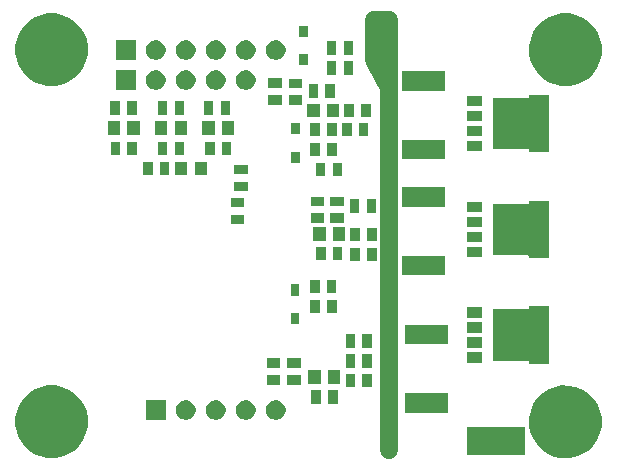
<source format=gbs>
G04 #@! TF.FileFunction,Soldermask,Bot*
%FSLAX46Y46*%
G04 Gerber Fmt 4.6, Leading zero omitted, Abs format (unit mm)*
G04 Created by KiCad (PCBNEW 4.0.6-e0-6349~53~ubuntu16.04.1) date Wed Mar  8 22:49:17 2017*
%MOMM*%
%LPD*%
G01*
G04 APERTURE LIST*
%ADD10C,0.100000*%
%ADD11C,1.500000*%
G04 APERTURE END LIST*
D10*
D11*
X165800000Y-78705000D02*
X167100000Y-78705000D01*
X165800000Y-81905000D02*
X165800000Y-78805000D01*
X167100000Y-84505000D02*
X165800000Y-82105000D01*
X167100000Y-115105000D02*
X167100000Y-78805000D01*
D10*
G36*
X182322980Y-109682046D02*
X182913704Y-109803304D01*
X183469621Y-110036990D01*
X183969563Y-110374205D01*
X184394487Y-110802107D01*
X184728204Y-111304389D01*
X184958003Y-111861924D01*
X185075066Y-112453137D01*
X185075066Y-112453147D01*
X185075132Y-112453481D01*
X185065514Y-113142265D01*
X185065438Y-113142599D01*
X185065438Y-113142611D01*
X184931915Y-113730316D01*
X184686636Y-114281221D01*
X184339026Y-114773991D01*
X183902318Y-115189862D01*
X183393159Y-115512983D01*
X182830930Y-115731059D01*
X182237055Y-115835774D01*
X181634148Y-115823146D01*
X181045170Y-115693651D01*
X180492572Y-115452226D01*
X179997387Y-115108063D01*
X179578479Y-114674271D01*
X179251810Y-114167381D01*
X179029816Y-113606689D01*
X178920955Y-113013552D01*
X178929375Y-112410573D01*
X179054753Y-111820715D01*
X179292317Y-111266438D01*
X179633014Y-110768863D01*
X180063870Y-110346936D01*
X180568470Y-110016736D01*
X181127599Y-109790833D01*
X181719953Y-109677835D01*
X182322980Y-109682046D01*
X182322980Y-109682046D01*
G37*
G36*
X138822980Y-109677046D02*
X139413704Y-109798304D01*
X139969621Y-110031990D01*
X140469563Y-110369205D01*
X140894487Y-110797107D01*
X141228204Y-111299389D01*
X141458003Y-111856924D01*
X141575066Y-112448137D01*
X141575066Y-112448147D01*
X141575132Y-112448481D01*
X141565514Y-113137265D01*
X141565438Y-113137599D01*
X141565438Y-113137611D01*
X141431915Y-113725316D01*
X141186636Y-114276221D01*
X140839026Y-114768991D01*
X140402318Y-115184862D01*
X139893159Y-115507983D01*
X139330930Y-115726059D01*
X138737055Y-115830774D01*
X138134148Y-115818146D01*
X137545170Y-115688651D01*
X136992572Y-115447226D01*
X136497387Y-115103063D01*
X136078479Y-114669271D01*
X135751810Y-114162381D01*
X135529816Y-113601689D01*
X135420955Y-113008552D01*
X135429375Y-112405573D01*
X135554753Y-111815715D01*
X135792317Y-111261438D01*
X136133014Y-110763863D01*
X136563870Y-110341936D01*
X137068470Y-110011736D01*
X137627599Y-109785833D01*
X138219953Y-109672835D01*
X138822980Y-109677046D01*
X138822980Y-109677046D01*
G37*
G36*
X178550000Y-115605000D02*
X173650000Y-115605000D01*
X173650000Y-113205000D01*
X178550000Y-113205000D01*
X178550000Y-115605000D01*
X178550000Y-115605000D01*
G37*
G36*
X157566653Y-110935548D02*
X157725142Y-110968081D01*
X157874288Y-111030776D01*
X158008423Y-111121251D01*
X158122426Y-111236052D01*
X158211958Y-111370810D01*
X158273612Y-111520392D01*
X158304970Y-111678761D01*
X158304970Y-111678771D01*
X158305036Y-111679105D01*
X158302455Y-111863900D01*
X158302379Y-111864234D01*
X158302379Y-111864246D01*
X158266614Y-112021669D01*
X158200807Y-112169474D01*
X158107546Y-112301681D01*
X157990377Y-112413259D01*
X157853776Y-112499948D01*
X157702933Y-112558456D01*
X157543601Y-112586551D01*
X157381846Y-112583163D01*
X157223823Y-112548419D01*
X157075567Y-112483648D01*
X156942713Y-112391311D01*
X156830321Y-112274926D01*
X156742680Y-112138934D01*
X156683120Y-111988504D01*
X156653913Y-111829365D01*
X156656172Y-111667592D01*
X156689809Y-111509339D01*
X156753547Y-111360629D01*
X156844954Y-111227133D01*
X156960551Y-111113932D01*
X157095930Y-111025342D01*
X157245941Y-110964734D01*
X157404863Y-110934418D01*
X157566653Y-110935548D01*
X157566653Y-110935548D01*
G37*
G36*
X155026653Y-110935548D02*
X155185142Y-110968081D01*
X155334288Y-111030776D01*
X155468423Y-111121251D01*
X155582426Y-111236052D01*
X155671958Y-111370810D01*
X155733612Y-111520392D01*
X155764970Y-111678761D01*
X155764970Y-111678771D01*
X155765036Y-111679105D01*
X155762455Y-111863900D01*
X155762379Y-111864234D01*
X155762379Y-111864246D01*
X155726614Y-112021669D01*
X155660807Y-112169474D01*
X155567546Y-112301681D01*
X155450377Y-112413259D01*
X155313776Y-112499948D01*
X155162933Y-112558456D01*
X155003601Y-112586551D01*
X154841846Y-112583163D01*
X154683823Y-112548419D01*
X154535567Y-112483648D01*
X154402713Y-112391311D01*
X154290321Y-112274926D01*
X154202680Y-112138934D01*
X154143120Y-111988504D01*
X154113913Y-111829365D01*
X154116172Y-111667592D01*
X154149809Y-111509339D01*
X154213547Y-111360629D01*
X154304954Y-111227133D01*
X154420551Y-111113932D01*
X154555930Y-111025342D01*
X154705941Y-110964734D01*
X154864863Y-110934418D01*
X155026653Y-110935548D01*
X155026653Y-110935548D01*
G37*
G36*
X149946653Y-110935548D02*
X150105142Y-110968081D01*
X150254288Y-111030776D01*
X150388423Y-111121251D01*
X150502426Y-111236052D01*
X150591958Y-111370810D01*
X150653612Y-111520392D01*
X150684970Y-111678761D01*
X150684970Y-111678771D01*
X150685036Y-111679105D01*
X150682455Y-111863900D01*
X150682379Y-111864234D01*
X150682379Y-111864246D01*
X150646614Y-112021669D01*
X150580807Y-112169474D01*
X150487546Y-112301681D01*
X150370377Y-112413259D01*
X150233776Y-112499948D01*
X150082933Y-112558456D01*
X149923601Y-112586551D01*
X149761846Y-112583163D01*
X149603823Y-112548419D01*
X149455567Y-112483648D01*
X149322713Y-112391311D01*
X149210321Y-112274926D01*
X149122680Y-112138934D01*
X149063120Y-111988504D01*
X149033913Y-111829365D01*
X149036172Y-111667592D01*
X149069809Y-111509339D01*
X149133547Y-111360629D01*
X149224954Y-111227133D01*
X149340551Y-111113932D01*
X149475930Y-111025342D01*
X149625941Y-110964734D01*
X149784863Y-110934418D01*
X149946653Y-110935548D01*
X149946653Y-110935548D01*
G37*
G36*
X152486653Y-110935548D02*
X152645142Y-110968081D01*
X152794288Y-111030776D01*
X152928423Y-111121251D01*
X153042426Y-111236052D01*
X153131958Y-111370810D01*
X153193612Y-111520392D01*
X153224970Y-111678761D01*
X153224970Y-111678771D01*
X153225036Y-111679105D01*
X153222455Y-111863900D01*
X153222379Y-111864234D01*
X153222379Y-111864246D01*
X153186614Y-112021669D01*
X153120807Y-112169474D01*
X153027546Y-112301681D01*
X152910377Y-112413259D01*
X152773776Y-112499948D01*
X152622933Y-112558456D01*
X152463601Y-112586551D01*
X152301846Y-112583163D01*
X152143823Y-112548419D01*
X151995567Y-112483648D01*
X151862713Y-112391311D01*
X151750321Y-112274926D01*
X151662680Y-112138934D01*
X151603120Y-111988504D01*
X151573913Y-111829365D01*
X151576172Y-111667592D01*
X151609809Y-111509339D01*
X151673547Y-111360629D01*
X151764954Y-111227133D01*
X151880551Y-111113932D01*
X152015930Y-111025342D01*
X152165941Y-110964734D01*
X152324863Y-110934418D01*
X152486653Y-110935548D01*
X152486653Y-110935548D01*
G37*
G36*
X148145000Y-112585000D02*
X146495000Y-112585000D01*
X146495000Y-110935000D01*
X148145000Y-110935000D01*
X148145000Y-112585000D01*
X148145000Y-112585000D01*
G37*
G36*
X172050000Y-111980000D02*
X168450000Y-111980000D01*
X168450000Y-110330000D01*
X172050000Y-110330000D01*
X172050000Y-111980000D01*
X172050000Y-111980000D01*
G37*
G36*
X161290000Y-111220000D02*
X160490000Y-111220000D01*
X160490000Y-110080000D01*
X161290000Y-110080000D01*
X161290000Y-111220000D01*
X161290000Y-111220000D01*
G37*
G36*
X162710000Y-111220000D02*
X161910000Y-111220000D01*
X161910000Y-110080000D01*
X162710000Y-110080000D01*
X162710000Y-111220000D01*
X162710000Y-111220000D01*
G37*
G36*
X165610000Y-109825000D02*
X164810000Y-109825000D01*
X164810000Y-108685000D01*
X165610000Y-108685000D01*
X165610000Y-109825000D01*
X165610000Y-109825000D01*
G37*
G36*
X164190000Y-109825000D02*
X163390000Y-109825000D01*
X163390000Y-108685000D01*
X164190000Y-108685000D01*
X164190000Y-109825000D01*
X164190000Y-109825000D01*
G37*
G36*
X157870000Y-109610000D02*
X156730000Y-109610000D01*
X156730000Y-108810000D01*
X157870000Y-108810000D01*
X157870000Y-109610000D01*
X157870000Y-109610000D01*
G37*
G36*
X159570000Y-109610000D02*
X158430000Y-109610000D01*
X158430000Y-108810000D01*
X159570000Y-108810000D01*
X159570000Y-109610000D01*
X159570000Y-109610000D01*
G37*
G36*
X161265000Y-109525000D02*
X160215000Y-109525000D01*
X160215000Y-108375000D01*
X161265000Y-108375000D01*
X161265000Y-109525000D01*
X161265000Y-109525000D01*
G37*
G36*
X162925000Y-109525000D02*
X161875000Y-109525000D01*
X161875000Y-108375000D01*
X162925000Y-108375000D01*
X162925000Y-109525000D01*
X162925000Y-109525000D01*
G37*
G36*
X159570000Y-108190000D02*
X158430000Y-108190000D01*
X158430000Y-107390000D01*
X159570000Y-107390000D01*
X159570000Y-108190000D01*
X159570000Y-108190000D01*
G37*
G36*
X157870000Y-108190000D02*
X156730000Y-108190000D01*
X156730000Y-107390000D01*
X157870000Y-107390000D01*
X157870000Y-108190000D01*
X157870000Y-108190000D01*
G37*
G36*
X164190000Y-108175000D02*
X163390000Y-108175000D01*
X163390000Y-107035000D01*
X164190000Y-107035000D01*
X164190000Y-108175000D01*
X164190000Y-108175000D01*
G37*
G36*
X165610000Y-108175000D02*
X164810000Y-108175000D01*
X164810000Y-107035000D01*
X165610000Y-107035000D01*
X165610000Y-108175000D01*
X165610000Y-108175000D01*
G37*
G36*
X180650000Y-107830000D02*
X178950000Y-107830000D01*
X178950000Y-107630000D01*
X178948020Y-107616070D01*
X178942239Y-107603244D01*
X178933112Y-107592536D01*
X178921364Y-107584794D01*
X178907924Y-107580632D01*
X178900000Y-107580000D01*
X175875000Y-107580000D01*
X175875000Y-103230000D01*
X178900000Y-103230000D01*
X178913930Y-103228020D01*
X178926756Y-103222239D01*
X178937464Y-103213112D01*
X178945206Y-103201364D01*
X178949368Y-103187924D01*
X178950000Y-103180000D01*
X178950000Y-102980000D01*
X180650000Y-102980000D01*
X180650000Y-107830000D01*
X180650000Y-107830000D01*
G37*
G36*
X174975000Y-107735000D02*
X173675000Y-107735000D01*
X173675000Y-106885000D01*
X174975000Y-106885000D01*
X174975000Y-107735000D01*
X174975000Y-107735000D01*
G37*
G36*
X165610000Y-106475000D02*
X164810000Y-106475000D01*
X164810000Y-105335000D01*
X165610000Y-105335000D01*
X165610000Y-106475000D01*
X165610000Y-106475000D01*
G37*
G36*
X164190000Y-106475000D02*
X163390000Y-106475000D01*
X163390000Y-105335000D01*
X164190000Y-105335000D01*
X164190000Y-106475000D01*
X164190000Y-106475000D01*
G37*
G36*
X174975000Y-106465000D02*
X173675000Y-106465000D01*
X173675000Y-105615000D01*
X174975000Y-105615000D01*
X174975000Y-106465000D01*
X174975000Y-106465000D01*
G37*
G36*
X172050000Y-106180000D02*
X168450000Y-106180000D01*
X168450000Y-104530000D01*
X172050000Y-104530000D01*
X172050000Y-106180000D01*
X172050000Y-106180000D01*
G37*
G36*
X174975000Y-105195000D02*
X173675000Y-105195000D01*
X173675000Y-104345000D01*
X174975000Y-104345000D01*
X174975000Y-105195000D01*
X174975000Y-105195000D01*
G37*
G36*
X159475000Y-104475000D02*
X158725000Y-104475000D01*
X158725000Y-103525000D01*
X159475000Y-103525000D01*
X159475000Y-104475000D01*
X159475000Y-104475000D01*
G37*
G36*
X174975000Y-103925000D02*
X173675000Y-103925000D01*
X173675000Y-103075000D01*
X174975000Y-103075000D01*
X174975000Y-103925000D01*
X174975000Y-103925000D01*
G37*
G36*
X161200000Y-103570000D02*
X160400000Y-103570000D01*
X160400000Y-102430000D01*
X161200000Y-102430000D01*
X161200000Y-103570000D01*
X161200000Y-103570000D01*
G37*
G36*
X162620000Y-103570000D02*
X161820000Y-103570000D01*
X161820000Y-102430000D01*
X162620000Y-102430000D01*
X162620000Y-103570000D01*
X162620000Y-103570000D01*
G37*
G36*
X159475000Y-102075000D02*
X158725000Y-102075000D01*
X158725000Y-101125000D01*
X159475000Y-101125000D01*
X159475000Y-102075000D01*
X159475000Y-102075000D01*
G37*
G36*
X161190000Y-101870000D02*
X160390000Y-101870000D01*
X160390000Y-100730000D01*
X161190000Y-100730000D01*
X161190000Y-101870000D01*
X161190000Y-101870000D01*
G37*
G36*
X162610000Y-101870000D02*
X161810000Y-101870000D01*
X161810000Y-100730000D01*
X162610000Y-100730000D01*
X162610000Y-101870000D01*
X162610000Y-101870000D01*
G37*
G36*
X171800000Y-100330000D02*
X168200000Y-100330000D01*
X168200000Y-98680000D01*
X171800000Y-98680000D01*
X171800000Y-100330000D01*
X171800000Y-100330000D01*
G37*
G36*
X166010000Y-99175000D02*
X165210000Y-99175000D01*
X165210000Y-98035000D01*
X166010000Y-98035000D01*
X166010000Y-99175000D01*
X166010000Y-99175000D01*
G37*
G36*
X164590000Y-99175000D02*
X163790000Y-99175000D01*
X163790000Y-98035000D01*
X164590000Y-98035000D01*
X164590000Y-99175000D01*
X164590000Y-99175000D01*
G37*
G36*
X161690000Y-99070000D02*
X160890000Y-99070000D01*
X160890000Y-97930000D01*
X161690000Y-97930000D01*
X161690000Y-99070000D01*
X161690000Y-99070000D01*
G37*
G36*
X163110000Y-99070000D02*
X162310000Y-99070000D01*
X162310000Y-97930000D01*
X163110000Y-97930000D01*
X163110000Y-99070000D01*
X163110000Y-99070000D01*
G37*
G36*
X180600000Y-98920000D02*
X178900000Y-98920000D01*
X178900000Y-98720000D01*
X178898020Y-98706070D01*
X178892239Y-98693244D01*
X178883112Y-98682536D01*
X178871364Y-98674794D01*
X178857924Y-98670632D01*
X178850000Y-98670000D01*
X175825000Y-98670000D01*
X175825000Y-94320000D01*
X178850000Y-94320000D01*
X178863930Y-94318020D01*
X178876756Y-94312239D01*
X178887464Y-94303112D01*
X178895206Y-94291364D01*
X178899368Y-94277924D01*
X178900000Y-94270000D01*
X178900000Y-94070000D01*
X180600000Y-94070000D01*
X180600000Y-98920000D01*
X180600000Y-98920000D01*
G37*
G36*
X174925000Y-98825000D02*
X173625000Y-98825000D01*
X173625000Y-97975000D01*
X174925000Y-97975000D01*
X174925000Y-98825000D01*
X174925000Y-98825000D01*
G37*
G36*
X174925000Y-97555000D02*
X173625000Y-97555000D01*
X173625000Y-96705000D01*
X174925000Y-96705000D01*
X174925000Y-97555000D01*
X174925000Y-97555000D01*
G37*
G36*
X166010000Y-97475000D02*
X165210000Y-97475000D01*
X165210000Y-96335000D01*
X166010000Y-96335000D01*
X166010000Y-97475000D01*
X166010000Y-97475000D01*
G37*
G36*
X164590000Y-97475000D02*
X163790000Y-97475000D01*
X163790000Y-96335000D01*
X164590000Y-96335000D01*
X164590000Y-97475000D01*
X164590000Y-97475000D01*
G37*
G36*
X163355000Y-97425000D02*
X162305000Y-97425000D01*
X162305000Y-96275000D01*
X163355000Y-96275000D01*
X163355000Y-97425000D01*
X163355000Y-97425000D01*
G37*
G36*
X161695000Y-97425000D02*
X160645000Y-97425000D01*
X160645000Y-96275000D01*
X161695000Y-96275000D01*
X161695000Y-97425000D01*
X161695000Y-97425000D01*
G37*
G36*
X174925000Y-96285000D02*
X173625000Y-96285000D01*
X173625000Y-95435000D01*
X174925000Y-95435000D01*
X174925000Y-96285000D01*
X174925000Y-96285000D01*
G37*
G36*
X154820000Y-96010000D02*
X153680000Y-96010000D01*
X153680000Y-95210000D01*
X154820000Y-95210000D01*
X154820000Y-96010000D01*
X154820000Y-96010000D01*
G37*
G36*
X161570000Y-95910000D02*
X160430000Y-95910000D01*
X160430000Y-95110000D01*
X161570000Y-95110000D01*
X161570000Y-95910000D01*
X161570000Y-95910000D01*
G37*
G36*
X163220000Y-95910000D02*
X162080000Y-95910000D01*
X162080000Y-95110000D01*
X163220000Y-95110000D01*
X163220000Y-95910000D01*
X163220000Y-95910000D01*
G37*
G36*
X165960000Y-95070000D02*
X165160000Y-95070000D01*
X165160000Y-93930000D01*
X165960000Y-93930000D01*
X165960000Y-95070000D01*
X165960000Y-95070000D01*
G37*
G36*
X164540000Y-95070000D02*
X163740000Y-95070000D01*
X163740000Y-93930000D01*
X164540000Y-93930000D01*
X164540000Y-95070000D01*
X164540000Y-95070000D01*
G37*
G36*
X174925000Y-95015000D02*
X173625000Y-95015000D01*
X173625000Y-94165000D01*
X174925000Y-94165000D01*
X174925000Y-95015000D01*
X174925000Y-95015000D01*
G37*
G36*
X154820000Y-94590000D02*
X153680000Y-94590000D01*
X153680000Y-93790000D01*
X154820000Y-93790000D01*
X154820000Y-94590000D01*
X154820000Y-94590000D01*
G37*
G36*
X171800000Y-94530000D02*
X168200000Y-94530000D01*
X168200000Y-92880000D01*
X171800000Y-92880000D01*
X171800000Y-94530000D01*
X171800000Y-94530000D01*
G37*
G36*
X161570000Y-94490000D02*
X160430000Y-94490000D01*
X160430000Y-93690000D01*
X161570000Y-93690000D01*
X161570000Y-94490000D01*
X161570000Y-94490000D01*
G37*
G36*
X163220000Y-94490000D02*
X162080000Y-94490000D01*
X162080000Y-93690000D01*
X163220000Y-93690000D01*
X163220000Y-94490000D01*
X163220000Y-94490000D01*
G37*
G36*
X155120000Y-93210000D02*
X153980000Y-93210000D01*
X153980000Y-92410000D01*
X155120000Y-92410000D01*
X155120000Y-93210000D01*
X155120000Y-93210000D01*
G37*
G36*
X163085000Y-91945000D02*
X162285000Y-91945000D01*
X162285000Y-90805000D01*
X163085000Y-90805000D01*
X163085000Y-91945000D01*
X163085000Y-91945000D01*
G37*
G36*
X161665000Y-91945000D02*
X160865000Y-91945000D01*
X160865000Y-90805000D01*
X161665000Y-90805000D01*
X161665000Y-91945000D01*
X161665000Y-91945000D01*
G37*
G36*
X151655000Y-91880000D02*
X150605000Y-91880000D01*
X150605000Y-90730000D01*
X151655000Y-90730000D01*
X151655000Y-91880000D01*
X151655000Y-91880000D01*
G37*
G36*
X149995000Y-91880000D02*
X148945000Y-91880000D01*
X148945000Y-90730000D01*
X149995000Y-90730000D01*
X149995000Y-91880000D01*
X149995000Y-91880000D01*
G37*
G36*
X147040000Y-91875000D02*
X146240000Y-91875000D01*
X146240000Y-90735000D01*
X147040000Y-90735000D01*
X147040000Y-91875000D01*
X147040000Y-91875000D01*
G37*
G36*
X148460000Y-91875000D02*
X147660000Y-91875000D01*
X147660000Y-90735000D01*
X148460000Y-90735000D01*
X148460000Y-91875000D01*
X148460000Y-91875000D01*
G37*
G36*
X155120000Y-91790000D02*
X153980000Y-91790000D01*
X153980000Y-90990000D01*
X155120000Y-90990000D01*
X155120000Y-91790000D01*
X155120000Y-91790000D01*
G37*
G36*
X159550000Y-90825000D02*
X158800000Y-90825000D01*
X158800000Y-89875000D01*
X159550000Y-89875000D01*
X159550000Y-90825000D01*
X159550000Y-90825000D01*
G37*
G36*
X171800000Y-90525000D02*
X168200000Y-90525000D01*
X168200000Y-88875000D01*
X171800000Y-88875000D01*
X171800000Y-90525000D01*
X171800000Y-90525000D01*
G37*
G36*
X162635000Y-90270000D02*
X161835000Y-90270000D01*
X161835000Y-89130000D01*
X162635000Y-89130000D01*
X162635000Y-90270000D01*
X162635000Y-90270000D01*
G37*
G36*
X161215000Y-90270000D02*
X160415000Y-90270000D01*
X160415000Y-89130000D01*
X161215000Y-89130000D01*
X161215000Y-90270000D01*
X161215000Y-90270000D01*
G37*
G36*
X149710000Y-90170000D02*
X148910000Y-90170000D01*
X148910000Y-89030000D01*
X149710000Y-89030000D01*
X149710000Y-90170000D01*
X149710000Y-90170000D01*
G37*
G36*
X153710000Y-90170000D02*
X152910000Y-90170000D01*
X152910000Y-89030000D01*
X153710000Y-89030000D01*
X153710000Y-90170000D01*
X153710000Y-90170000D01*
G37*
G36*
X152290000Y-90170000D02*
X151490000Y-90170000D01*
X151490000Y-89030000D01*
X152290000Y-89030000D01*
X152290000Y-90170000D01*
X152290000Y-90170000D01*
G37*
G36*
X148290000Y-90170000D02*
X147490000Y-90170000D01*
X147490000Y-89030000D01*
X148290000Y-89030000D01*
X148290000Y-90170000D01*
X148290000Y-90170000D01*
G37*
G36*
X144290000Y-90170000D02*
X143490000Y-90170000D01*
X143490000Y-89030000D01*
X144290000Y-89030000D01*
X144290000Y-90170000D01*
X144290000Y-90170000D01*
G37*
G36*
X145710000Y-90170000D02*
X144910000Y-90170000D01*
X144910000Y-89030000D01*
X145710000Y-89030000D01*
X145710000Y-90170000D01*
X145710000Y-90170000D01*
G37*
G36*
X180600000Y-89925000D02*
X178900000Y-89925000D01*
X178900000Y-89725000D01*
X178898020Y-89711070D01*
X178892239Y-89698244D01*
X178883112Y-89687536D01*
X178871364Y-89679794D01*
X178857924Y-89675632D01*
X178850000Y-89675000D01*
X175825000Y-89675000D01*
X175825000Y-85325000D01*
X178850000Y-85325000D01*
X178863930Y-85323020D01*
X178876756Y-85317239D01*
X178887464Y-85308112D01*
X178895206Y-85296364D01*
X178899368Y-85282924D01*
X178900000Y-85275000D01*
X178900000Y-85075000D01*
X180600000Y-85075000D01*
X180600000Y-89925000D01*
X180600000Y-89925000D01*
G37*
G36*
X174925000Y-89830000D02*
X173625000Y-89830000D01*
X173625000Y-88980000D01*
X174925000Y-88980000D01*
X174925000Y-89830000D01*
X174925000Y-89830000D01*
G37*
G36*
X161215000Y-88595000D02*
X160415000Y-88595000D01*
X160415000Y-87455000D01*
X161215000Y-87455000D01*
X161215000Y-88595000D01*
X161215000Y-88595000D01*
G37*
G36*
X162635000Y-88595000D02*
X161835000Y-88595000D01*
X161835000Y-87455000D01*
X162635000Y-87455000D01*
X162635000Y-88595000D01*
X162635000Y-88595000D01*
G37*
G36*
X165310000Y-88570000D02*
X164510000Y-88570000D01*
X164510000Y-87430000D01*
X165310000Y-87430000D01*
X165310000Y-88570000D01*
X165310000Y-88570000D01*
G37*
G36*
X163890000Y-88570000D02*
X163090000Y-88570000D01*
X163090000Y-87430000D01*
X163890000Y-87430000D01*
X163890000Y-88570000D01*
X163890000Y-88570000D01*
G37*
G36*
X174925000Y-88560000D02*
X173625000Y-88560000D01*
X173625000Y-87710000D01*
X174925000Y-87710000D01*
X174925000Y-88560000D01*
X174925000Y-88560000D01*
G37*
G36*
X152295000Y-88475000D02*
X151245000Y-88475000D01*
X151245000Y-87325000D01*
X152295000Y-87325000D01*
X152295000Y-88475000D01*
X152295000Y-88475000D01*
G37*
G36*
X153955000Y-88475000D02*
X152905000Y-88475000D01*
X152905000Y-87325000D01*
X153955000Y-87325000D01*
X153955000Y-88475000D01*
X153955000Y-88475000D01*
G37*
G36*
X148295000Y-88475000D02*
X147245000Y-88475000D01*
X147245000Y-87325000D01*
X148295000Y-87325000D01*
X148295000Y-88475000D01*
X148295000Y-88475000D01*
G37*
G36*
X149955000Y-88475000D02*
X148905000Y-88475000D01*
X148905000Y-87325000D01*
X149955000Y-87325000D01*
X149955000Y-88475000D01*
X149955000Y-88475000D01*
G37*
G36*
X144295000Y-88475000D02*
X143245000Y-88475000D01*
X143245000Y-87325000D01*
X144295000Y-87325000D01*
X144295000Y-88475000D01*
X144295000Y-88475000D01*
G37*
G36*
X145955000Y-88475000D02*
X144905000Y-88475000D01*
X144905000Y-87325000D01*
X145955000Y-87325000D01*
X145955000Y-88475000D01*
X145955000Y-88475000D01*
G37*
G36*
X159550000Y-88425000D02*
X158800000Y-88425000D01*
X158800000Y-87475000D01*
X159550000Y-87475000D01*
X159550000Y-88425000D01*
X159550000Y-88425000D01*
G37*
G36*
X174925000Y-87290000D02*
X173625000Y-87290000D01*
X173625000Y-86440000D01*
X174925000Y-86440000D01*
X174925000Y-87290000D01*
X174925000Y-87290000D01*
G37*
G36*
X162855000Y-86975000D02*
X161805000Y-86975000D01*
X161805000Y-85825000D01*
X162855000Y-85825000D01*
X162855000Y-86975000D01*
X162855000Y-86975000D01*
G37*
G36*
X161195000Y-86975000D02*
X160145000Y-86975000D01*
X160145000Y-85825000D01*
X161195000Y-85825000D01*
X161195000Y-86975000D01*
X161195000Y-86975000D01*
G37*
G36*
X165510000Y-86970000D02*
X164710000Y-86970000D01*
X164710000Y-85830000D01*
X165510000Y-85830000D01*
X165510000Y-86970000D01*
X165510000Y-86970000D01*
G37*
G36*
X164090000Y-86970000D02*
X163290000Y-86970000D01*
X163290000Y-85830000D01*
X164090000Y-85830000D01*
X164090000Y-86970000D01*
X164090000Y-86970000D01*
G37*
G36*
X144280000Y-86770000D02*
X143480000Y-86770000D01*
X143480000Y-85630000D01*
X144280000Y-85630000D01*
X144280000Y-86770000D01*
X144280000Y-86770000D01*
G37*
G36*
X149710000Y-86770000D02*
X148910000Y-86770000D01*
X148910000Y-85630000D01*
X149710000Y-85630000D01*
X149710000Y-86770000D01*
X149710000Y-86770000D01*
G37*
G36*
X153610000Y-86770000D02*
X152810000Y-86770000D01*
X152810000Y-85630000D01*
X153610000Y-85630000D01*
X153610000Y-86770000D01*
X153610000Y-86770000D01*
G37*
G36*
X152190000Y-86770000D02*
X151390000Y-86770000D01*
X151390000Y-85630000D01*
X152190000Y-85630000D01*
X152190000Y-86770000D01*
X152190000Y-86770000D01*
G37*
G36*
X145700000Y-86770000D02*
X144900000Y-86770000D01*
X144900000Y-85630000D01*
X145700000Y-85630000D01*
X145700000Y-86770000D01*
X145700000Y-86770000D01*
G37*
G36*
X148290000Y-86770000D02*
X147490000Y-86770000D01*
X147490000Y-85630000D01*
X148290000Y-85630000D01*
X148290000Y-86770000D01*
X148290000Y-86770000D01*
G37*
G36*
X174925000Y-86020000D02*
X173625000Y-86020000D01*
X173625000Y-85170000D01*
X174925000Y-85170000D01*
X174925000Y-86020000D01*
X174925000Y-86020000D01*
G37*
G36*
X159695000Y-85910000D02*
X158555000Y-85910000D01*
X158555000Y-85110000D01*
X159695000Y-85110000D01*
X159695000Y-85910000D01*
X159695000Y-85910000D01*
G37*
G36*
X157970000Y-85900000D02*
X156830000Y-85900000D01*
X156830000Y-85100000D01*
X157970000Y-85100000D01*
X157970000Y-85900000D01*
X157970000Y-85900000D01*
G37*
G36*
X162485000Y-85320000D02*
X161685000Y-85320000D01*
X161685000Y-84180000D01*
X162485000Y-84180000D01*
X162485000Y-85320000D01*
X162485000Y-85320000D01*
G37*
G36*
X161065000Y-85320000D02*
X160265000Y-85320000D01*
X160265000Y-84180000D01*
X161065000Y-84180000D01*
X161065000Y-85320000D01*
X161065000Y-85320000D01*
G37*
G36*
X171800000Y-84725000D02*
X168200000Y-84725000D01*
X168200000Y-83075000D01*
X171800000Y-83075000D01*
X171800000Y-84725000D01*
X171800000Y-84725000D01*
G37*
G36*
X147406653Y-82995548D02*
X147565142Y-83028081D01*
X147714288Y-83090776D01*
X147848423Y-83181251D01*
X147962426Y-83296052D01*
X148051958Y-83430810D01*
X148113612Y-83580392D01*
X148144970Y-83738761D01*
X148144970Y-83738771D01*
X148145036Y-83739105D01*
X148142455Y-83923900D01*
X148142379Y-83924234D01*
X148142379Y-83924246D01*
X148106614Y-84081669D01*
X148040807Y-84229474D01*
X147947546Y-84361681D01*
X147830377Y-84473259D01*
X147693776Y-84559948D01*
X147542933Y-84618456D01*
X147383601Y-84646551D01*
X147221846Y-84643163D01*
X147063823Y-84608419D01*
X146915567Y-84543648D01*
X146782713Y-84451311D01*
X146670321Y-84334926D01*
X146582680Y-84198934D01*
X146523120Y-84048504D01*
X146493913Y-83889365D01*
X146496172Y-83727592D01*
X146529809Y-83569339D01*
X146593547Y-83420629D01*
X146684954Y-83287133D01*
X146800551Y-83173932D01*
X146935930Y-83085342D01*
X147085941Y-83024734D01*
X147244863Y-82994418D01*
X147406653Y-82995548D01*
X147406653Y-82995548D01*
G37*
G36*
X149946653Y-82995548D02*
X150105142Y-83028081D01*
X150254288Y-83090776D01*
X150388423Y-83181251D01*
X150502426Y-83296052D01*
X150591958Y-83430810D01*
X150653612Y-83580392D01*
X150684970Y-83738761D01*
X150684970Y-83738771D01*
X150685036Y-83739105D01*
X150682455Y-83923900D01*
X150682379Y-83924234D01*
X150682379Y-83924246D01*
X150646614Y-84081669D01*
X150580807Y-84229474D01*
X150487546Y-84361681D01*
X150370377Y-84473259D01*
X150233776Y-84559948D01*
X150082933Y-84618456D01*
X149923601Y-84646551D01*
X149761846Y-84643163D01*
X149603823Y-84608419D01*
X149455567Y-84543648D01*
X149322713Y-84451311D01*
X149210321Y-84334926D01*
X149122680Y-84198934D01*
X149063120Y-84048504D01*
X149033913Y-83889365D01*
X149036172Y-83727592D01*
X149069809Y-83569339D01*
X149133547Y-83420629D01*
X149224954Y-83287133D01*
X149340551Y-83173932D01*
X149475930Y-83085342D01*
X149625941Y-83024734D01*
X149784863Y-82994418D01*
X149946653Y-82995548D01*
X149946653Y-82995548D01*
G37*
G36*
X152486653Y-82995548D02*
X152645142Y-83028081D01*
X152794288Y-83090776D01*
X152928423Y-83181251D01*
X153042426Y-83296052D01*
X153131958Y-83430810D01*
X153193612Y-83580392D01*
X153224970Y-83738761D01*
X153224970Y-83738771D01*
X153225036Y-83739105D01*
X153222455Y-83923900D01*
X153222379Y-83924234D01*
X153222379Y-83924246D01*
X153186614Y-84081669D01*
X153120807Y-84229474D01*
X153027546Y-84361681D01*
X152910377Y-84473259D01*
X152773776Y-84559948D01*
X152622933Y-84618456D01*
X152463601Y-84646551D01*
X152301846Y-84643163D01*
X152143823Y-84608419D01*
X151995567Y-84543648D01*
X151862713Y-84451311D01*
X151750321Y-84334926D01*
X151662680Y-84198934D01*
X151603120Y-84048504D01*
X151573913Y-83889365D01*
X151576172Y-83727592D01*
X151609809Y-83569339D01*
X151673547Y-83420629D01*
X151764954Y-83287133D01*
X151880551Y-83173932D01*
X152015930Y-83085342D01*
X152165941Y-83024734D01*
X152324863Y-82994418D01*
X152486653Y-82995548D01*
X152486653Y-82995548D01*
G37*
G36*
X155026653Y-82995548D02*
X155185142Y-83028081D01*
X155334288Y-83090776D01*
X155468423Y-83181251D01*
X155582426Y-83296052D01*
X155671958Y-83430810D01*
X155733612Y-83580392D01*
X155764970Y-83738761D01*
X155764970Y-83738771D01*
X155765036Y-83739105D01*
X155762455Y-83923900D01*
X155762379Y-83924234D01*
X155762379Y-83924246D01*
X155726614Y-84081669D01*
X155660807Y-84229474D01*
X155567546Y-84361681D01*
X155450377Y-84473259D01*
X155313776Y-84559948D01*
X155162933Y-84618456D01*
X155003601Y-84646551D01*
X154841846Y-84643163D01*
X154683823Y-84608419D01*
X154535567Y-84543648D01*
X154402713Y-84451311D01*
X154290321Y-84334926D01*
X154202680Y-84198934D01*
X154143120Y-84048504D01*
X154113913Y-83889365D01*
X154116172Y-83727592D01*
X154149809Y-83569339D01*
X154213547Y-83420629D01*
X154304954Y-83287133D01*
X154420551Y-83173932D01*
X154555930Y-83085342D01*
X154705941Y-83024734D01*
X154864863Y-82994418D01*
X155026653Y-82995548D01*
X155026653Y-82995548D01*
G37*
G36*
X145605000Y-84645000D02*
X143955000Y-84645000D01*
X143955000Y-82995000D01*
X145605000Y-82995000D01*
X145605000Y-84645000D01*
X145605000Y-84645000D01*
G37*
G36*
X159695000Y-84490000D02*
X158555000Y-84490000D01*
X158555000Y-83690000D01*
X159695000Y-83690000D01*
X159695000Y-84490000D01*
X159695000Y-84490000D01*
G37*
G36*
X157970000Y-84480000D02*
X156830000Y-84480000D01*
X156830000Y-83680000D01*
X157970000Y-83680000D01*
X157970000Y-84480000D01*
X157970000Y-84480000D01*
G37*
G36*
X182322980Y-78182046D02*
X182913704Y-78303304D01*
X183469621Y-78536990D01*
X183969563Y-78874205D01*
X184394487Y-79302107D01*
X184728204Y-79804389D01*
X184958003Y-80361924D01*
X185075066Y-80953137D01*
X185075066Y-80953147D01*
X185075132Y-80953481D01*
X185065514Y-81642265D01*
X185065438Y-81642599D01*
X185065438Y-81642611D01*
X184931915Y-82230316D01*
X184686636Y-82781221D01*
X184339026Y-83273991D01*
X183902318Y-83689862D01*
X183393159Y-84012983D01*
X182830930Y-84231059D01*
X182237055Y-84335774D01*
X181634148Y-84323146D01*
X181045170Y-84193651D01*
X180492572Y-83952226D01*
X179997387Y-83608063D01*
X179578479Y-83174271D01*
X179251810Y-82667381D01*
X179029816Y-82106689D01*
X178920955Y-81513552D01*
X178929375Y-80910573D01*
X179054753Y-80320715D01*
X179292317Y-79766438D01*
X179633014Y-79268863D01*
X180063870Y-78846936D01*
X180568470Y-78516736D01*
X181127599Y-78290833D01*
X181719953Y-78177835D01*
X182322980Y-78182046D01*
X182322980Y-78182046D01*
G37*
G36*
X138822980Y-78177046D02*
X139413704Y-78298304D01*
X139969621Y-78531990D01*
X140469563Y-78869205D01*
X140894487Y-79297107D01*
X141228204Y-79799389D01*
X141458003Y-80356924D01*
X141575066Y-80948137D01*
X141575066Y-80948147D01*
X141575132Y-80948481D01*
X141565514Y-81637265D01*
X141565438Y-81637599D01*
X141565438Y-81637611D01*
X141431915Y-82225316D01*
X141186636Y-82776221D01*
X140839026Y-83268991D01*
X140402318Y-83684862D01*
X139893159Y-84007983D01*
X139330930Y-84226059D01*
X138737055Y-84330774D01*
X138134148Y-84318146D01*
X137545170Y-84188651D01*
X136992572Y-83947226D01*
X136497387Y-83603063D01*
X136078479Y-83169271D01*
X135751810Y-82662381D01*
X135529816Y-82101689D01*
X135420955Y-81508552D01*
X135429375Y-80905573D01*
X135554753Y-80315715D01*
X135792317Y-79761438D01*
X136133014Y-79263863D01*
X136563870Y-78841936D01*
X137068470Y-78511736D01*
X137627599Y-78285833D01*
X138219953Y-78172835D01*
X138822980Y-78177046D01*
X138822980Y-78177046D01*
G37*
G36*
X162590000Y-83370000D02*
X161790000Y-83370000D01*
X161790000Y-82230000D01*
X162590000Y-82230000D01*
X162590000Y-83370000D01*
X162590000Y-83370000D01*
G37*
G36*
X164010000Y-83370000D02*
X163210000Y-83370000D01*
X163210000Y-82230000D01*
X164010000Y-82230000D01*
X164010000Y-83370000D01*
X164010000Y-83370000D01*
G37*
G36*
X160225000Y-82580000D02*
X159475000Y-82580000D01*
X159475000Y-81630000D01*
X160225000Y-81630000D01*
X160225000Y-82580000D01*
X160225000Y-82580000D01*
G37*
G36*
X147406653Y-80455548D02*
X147565142Y-80488081D01*
X147714288Y-80550776D01*
X147848423Y-80641251D01*
X147962426Y-80756052D01*
X148051958Y-80890810D01*
X148113612Y-81040392D01*
X148144970Y-81198761D01*
X148144970Y-81198771D01*
X148145036Y-81199105D01*
X148142455Y-81383900D01*
X148142379Y-81384234D01*
X148142379Y-81384246D01*
X148106614Y-81541669D01*
X148040807Y-81689474D01*
X147947546Y-81821681D01*
X147830377Y-81933259D01*
X147693776Y-82019948D01*
X147542933Y-82078456D01*
X147383601Y-82106551D01*
X147221846Y-82103163D01*
X147063823Y-82068419D01*
X146915567Y-82003648D01*
X146782713Y-81911311D01*
X146670321Y-81794926D01*
X146582680Y-81658934D01*
X146523120Y-81508504D01*
X146493913Y-81349365D01*
X146496172Y-81187592D01*
X146529809Y-81029339D01*
X146593547Y-80880629D01*
X146684954Y-80747133D01*
X146800551Y-80633932D01*
X146935930Y-80545342D01*
X147085941Y-80484734D01*
X147244863Y-80454418D01*
X147406653Y-80455548D01*
X147406653Y-80455548D01*
G37*
G36*
X149946653Y-80455548D02*
X150105142Y-80488081D01*
X150254288Y-80550776D01*
X150388423Y-80641251D01*
X150502426Y-80756052D01*
X150591958Y-80890810D01*
X150653612Y-81040392D01*
X150684970Y-81198761D01*
X150684970Y-81198771D01*
X150685036Y-81199105D01*
X150682455Y-81383900D01*
X150682379Y-81384234D01*
X150682379Y-81384246D01*
X150646614Y-81541669D01*
X150580807Y-81689474D01*
X150487546Y-81821681D01*
X150370377Y-81933259D01*
X150233776Y-82019948D01*
X150082933Y-82078456D01*
X149923601Y-82106551D01*
X149761846Y-82103163D01*
X149603823Y-82068419D01*
X149455567Y-82003648D01*
X149322713Y-81911311D01*
X149210321Y-81794926D01*
X149122680Y-81658934D01*
X149063120Y-81508504D01*
X149033913Y-81349365D01*
X149036172Y-81187592D01*
X149069809Y-81029339D01*
X149133547Y-80880629D01*
X149224954Y-80747133D01*
X149340551Y-80633932D01*
X149475930Y-80545342D01*
X149625941Y-80484734D01*
X149784863Y-80454418D01*
X149946653Y-80455548D01*
X149946653Y-80455548D01*
G37*
G36*
X152486653Y-80455548D02*
X152645142Y-80488081D01*
X152794288Y-80550776D01*
X152928423Y-80641251D01*
X153042426Y-80756052D01*
X153131958Y-80890810D01*
X153193612Y-81040392D01*
X153224970Y-81198761D01*
X153224970Y-81198771D01*
X153225036Y-81199105D01*
X153222455Y-81383900D01*
X153222379Y-81384234D01*
X153222379Y-81384246D01*
X153186614Y-81541669D01*
X153120807Y-81689474D01*
X153027546Y-81821681D01*
X152910377Y-81933259D01*
X152773776Y-82019948D01*
X152622933Y-82078456D01*
X152463601Y-82106551D01*
X152301846Y-82103163D01*
X152143823Y-82068419D01*
X151995567Y-82003648D01*
X151862713Y-81911311D01*
X151750321Y-81794926D01*
X151662680Y-81658934D01*
X151603120Y-81508504D01*
X151573913Y-81349365D01*
X151576172Y-81187592D01*
X151609809Y-81029339D01*
X151673547Y-80880629D01*
X151764954Y-80747133D01*
X151880551Y-80633932D01*
X152015930Y-80545342D01*
X152165941Y-80484734D01*
X152324863Y-80454418D01*
X152486653Y-80455548D01*
X152486653Y-80455548D01*
G37*
G36*
X155026653Y-80455548D02*
X155185142Y-80488081D01*
X155334288Y-80550776D01*
X155468423Y-80641251D01*
X155582426Y-80756052D01*
X155671958Y-80890810D01*
X155733612Y-81040392D01*
X155764970Y-81198761D01*
X155764970Y-81198771D01*
X155765036Y-81199105D01*
X155762455Y-81383900D01*
X155762379Y-81384234D01*
X155762379Y-81384246D01*
X155726614Y-81541669D01*
X155660807Y-81689474D01*
X155567546Y-81821681D01*
X155450377Y-81933259D01*
X155313776Y-82019948D01*
X155162933Y-82078456D01*
X155003601Y-82106551D01*
X154841846Y-82103163D01*
X154683823Y-82068419D01*
X154535567Y-82003648D01*
X154402713Y-81911311D01*
X154290321Y-81794926D01*
X154202680Y-81658934D01*
X154143120Y-81508504D01*
X154113913Y-81349365D01*
X154116172Y-81187592D01*
X154149809Y-81029339D01*
X154213547Y-80880629D01*
X154304954Y-80747133D01*
X154420551Y-80633932D01*
X154555930Y-80545342D01*
X154705941Y-80484734D01*
X154864863Y-80454418D01*
X155026653Y-80455548D01*
X155026653Y-80455548D01*
G37*
G36*
X157566653Y-80455548D02*
X157725142Y-80488081D01*
X157874288Y-80550776D01*
X158008423Y-80641251D01*
X158122426Y-80756052D01*
X158211958Y-80890810D01*
X158273612Y-81040392D01*
X158304970Y-81198761D01*
X158304970Y-81198771D01*
X158305036Y-81199105D01*
X158302455Y-81383900D01*
X158302379Y-81384234D01*
X158302379Y-81384246D01*
X158266614Y-81541669D01*
X158200807Y-81689474D01*
X158107546Y-81821681D01*
X157990377Y-81933259D01*
X157853776Y-82019948D01*
X157702933Y-82078456D01*
X157543601Y-82106551D01*
X157381846Y-82103163D01*
X157223823Y-82068419D01*
X157075567Y-82003648D01*
X156942713Y-81911311D01*
X156830321Y-81794926D01*
X156742680Y-81658934D01*
X156683120Y-81508504D01*
X156653913Y-81349365D01*
X156656172Y-81187592D01*
X156689809Y-81029339D01*
X156753547Y-80880629D01*
X156844954Y-80747133D01*
X156960551Y-80633932D01*
X157095930Y-80545342D01*
X157245941Y-80484734D01*
X157404863Y-80454418D01*
X157566653Y-80455548D01*
X157566653Y-80455548D01*
G37*
G36*
X145605000Y-82105000D02*
X143955000Y-82105000D01*
X143955000Y-80455000D01*
X145605000Y-80455000D01*
X145605000Y-82105000D01*
X145605000Y-82105000D01*
G37*
G36*
X162590000Y-81670000D02*
X161790000Y-81670000D01*
X161790000Y-80530000D01*
X162590000Y-80530000D01*
X162590000Y-81670000D01*
X162590000Y-81670000D01*
G37*
G36*
X164010000Y-81670000D02*
X163210000Y-81670000D01*
X163210000Y-80530000D01*
X164010000Y-80530000D01*
X164010000Y-81670000D01*
X164010000Y-81670000D01*
G37*
G36*
X160225000Y-80180000D02*
X159475000Y-80180000D01*
X159475000Y-79230000D01*
X160225000Y-79230000D01*
X160225000Y-80180000D01*
X160225000Y-80180000D01*
G37*
M02*

</source>
